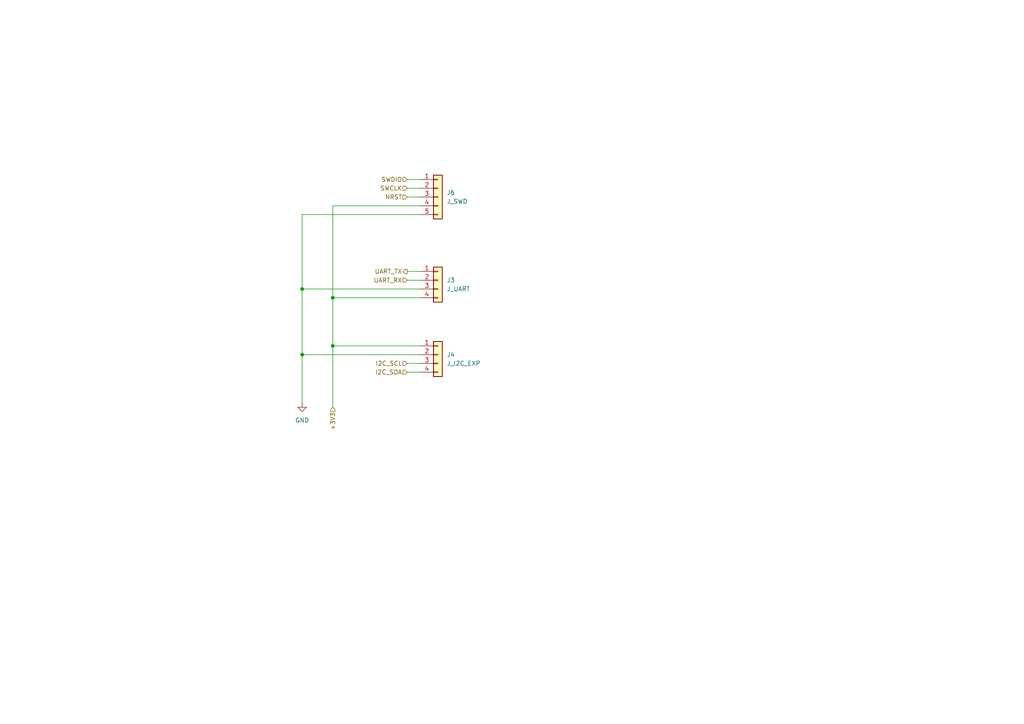
<source format=kicad_sch>
(kicad_sch (version 20250114) (generator "eeschema") (generator_version "9.0")
  (paper "A4")
  (lib_symbols
    (symbol "Connector_Generic:Conn_01x04" (pin_names (offset 1.016) (hide yes))
      (property "Reference" "J" (at 0 5.08 0))
      (property "Value" "Conn_01x04" (at 0 -7.62 0))
      (symbol "Conn_01x04_1_1"
        (rectangle (start -1.27 3.81) (end 1.27 -6.35) (stroke (width 0.254)) (fill (type background)))
        (rectangle (start -1.27 2.667) (end 0 2.413) (stroke (width 0.1524)))
        (rectangle (start -1.27 0.127) (end 0 -0.127) (stroke (width 0.1524)))
        (rectangle (start -1.27 -2.413) (end 0 -2.667) (stroke (width 0.1524)))
        (rectangle (start -1.27 -4.953) (end 0 -5.207) (stroke (width 0.1524)))
        (pin passive line (at -5.08 2.54 0) (length 3.81) (name "Pin_1") (number "1"))
        (pin passive line (at -5.08 0 0) (length 3.81) (name "Pin_2") (number "2"))
        (pin passive line (at -5.08 -2.54 0) (length 3.81) (name "Pin_3") (number "3"))
        (pin passive line (at -5.08 -5.08 0) (length 3.81) (name "Pin_4") (number "4"))
      )
    )
    (symbol "Connector_Generic:Conn_01x05" (pin_names (offset 1.016) (hide yes))
      (property "Reference" "J" (at 0 7.62 0))
      (property "Value" "Conn_01x05" (at 0 -7.62 0))
      (symbol "Conn_01x05_1_1"
        (rectangle (start -1.27 6.35) (end 1.27 -6.35) (stroke (width 0.254)) (fill (type background)))
        (rectangle (start -1.27 5.207) (end 0 4.953) (stroke (width 0.1524)))
        (rectangle (start -1.27 2.667) (end 0 2.413) (stroke (width 0.1524)))
        (rectangle (start -1.27 0.127) (end 0 -0.127) (stroke (width 0.1524)))
        (rectangle (start -1.27 -2.413) (end 0 -2.667) (stroke (width 0.1524)))
        (rectangle (start -1.27 -4.953) (end 0 -5.207) (stroke (width 0.1524)))
        (pin passive line (at -5.08 5.08 0) (length 3.81) (name "Pin_1") (number "1"))
        (pin passive line (at -5.08 2.54 0) (length 3.81) (name "Pin_2") (number "2"))
        (pin passive line (at -5.08 0 0) (length 3.81) (name "Pin_3") (number "3"))
        (pin passive line (at -5.08 -2.54 0) (length 3.81) (name "Pin_4") (number "4"))
        (pin passive line (at -5.08 -5.08 0) (length 3.81) (name "Pin_5") (number "5"))
      )
    )
    (symbol "power:GND" (power) (pin_numbers (hide yes)) (pin_names (offset 0) (hide yes))
      (property "Value" "GND" (at 0 -3.81 0))
      (symbol "GND_0_1"
        (polyline (pts (xy 0 0) (xy 0 -1.27) (xy 1.27 -1.27) (xy 0 -2.54) (xy -1.27 -1.27) (xy 0 -1.27)))
      )
      (symbol "GND_1_1"
        (pin power_in line (at 0 0 270) (length 0) (name "~") (number "1"))
      )
    )
  )
  (junction (at 87.63 83.82))
  (junction (at 96.52 100.33))
  (junction (at 96.52 86.36))
  (junction (at 87.63 102.87))
  (wire (pts (xy 121.92 59.69) (xy 96.52 59.69)))
  (wire (pts (xy 87.63 83.82) (xy 87.63 62.23)))
  (wire (pts (xy 87.63 102.87) (xy 121.92 102.87)))
  (wire (pts (xy 118.11 54.61) (xy 121.92 54.61)))
  (wire (pts (xy 87.63 62.23) (xy 121.92 62.23)))
  (wire (pts (xy 118.11 52.07) (xy 121.92 52.07)))
  (wire (pts (xy 87.63 102.87) (xy 87.63 83.82)))
  (wire (pts (xy 118.11 78.74) (xy 121.92 78.74)))
  (wire (pts (xy 96.52 100.33) (xy 121.92 100.33)))
  (wire (pts (xy 87.63 116.84) (xy 87.63 102.87)))
  (wire (pts (xy 118.11 57.15) (xy 121.92 57.15)))
  (wire (pts (xy 118.11 107.95) (xy 121.92 107.95)))
  (wire (pts (xy 96.52 86.36) (xy 121.92 86.36)))
  (wire (pts (xy 118.11 81.28) (xy 121.92 81.28)))
  (wire (pts (xy 87.63 83.82) (xy 121.92 83.82)))
  (wire (pts (xy 96.52 118.11) (xy 96.52 100.33)))
  (wire (pts (xy 96.52 100.33) (xy 96.52 86.36)))
  (wire (pts (xy 118.11 105.41) (xy 121.92 105.41)))
  (wire (pts (xy 96.52 59.69) (xy 96.52 86.36)))
  (hierarchical_label "SWDIO" (shape input) (at 118.11 52.07 180))
  (hierarchical_label "UART_TX" (shape output) (at 118.11 78.74 180))
  (hierarchical_label "+3V3" (shape input) (at 96.52 118.11 270))
  (hierarchical_label "I2C_SDA" (shape input) (at 118.11 107.95 180))
  (hierarchical_label "I2C_SCL" (shape input) (at 118.11 105.41 180))
  (hierarchical_label "NRST" (shape input) (at 118.11 57.15 180))
  (hierarchical_label "UART_RX" (shape input) (at 118.11 81.28 180))
  (hierarchical_label "SWCLK" (shape input) (at 118.11 54.61 180))
  (symbol (lib_id "power:GND") (at 87.63 116.84 0) (unit 1)
    (property "Reference" "#PWR04" (effects (hide yes)))
    (property "Value" "GND" (at 87.63 121.92 0))
    (property "Description" "Power symbol creates a global label with name \"GND\" , ground" (effects (hide yes)))
  )
  (symbol (lib_id "Connector_Generic:Conn_01x04") (at 127 81.28 0) (unit 1)
    (property "Reference" "J3" (at 129.54 81.2799 0) (effects (justify left)))
    (property "Value" "J_UART" (at 129.54 83.8199 0) (effects (justify left)))
    (property "Description" "Generic connector, single row, 01x04, script generated (kicad-library-utils/schlib/autogen/connector/)" (effects (hide yes)))
  )
  (symbol (lib_id "Connector_Generic:Conn_01x04") (at 127 102.87 0) (unit 1)
    (property "Reference" "J4" (at 129.54 102.8699 0) (effects (justify left)))
    (property "Value" "J_I2C_EXP" (at 129.54 105.4099 0) (effects (justify left)))
    (property "Description" "Generic connector, single row, 01x04, script generated (kicad-library-utils/schlib/autogen/connector/)" (effects (hide yes)))
  )
  (symbol (lib_id "Connector_Generic:Conn_01x05") (at 127 57.15 0) (unit 1)
    (property "Reference" "J6" (at 129.54 55.8799 0) (effects (justify left)))
    (property "Value" "J_SWD" (at 129.54 58.4199 0) (effects (justify left)))
    (property "Description" "Generic connector, single row, 01x05, script generated (kicad-library-utils/schlib/autogen/connector/)" (effects (hide yes)))
  )
)
</source>
